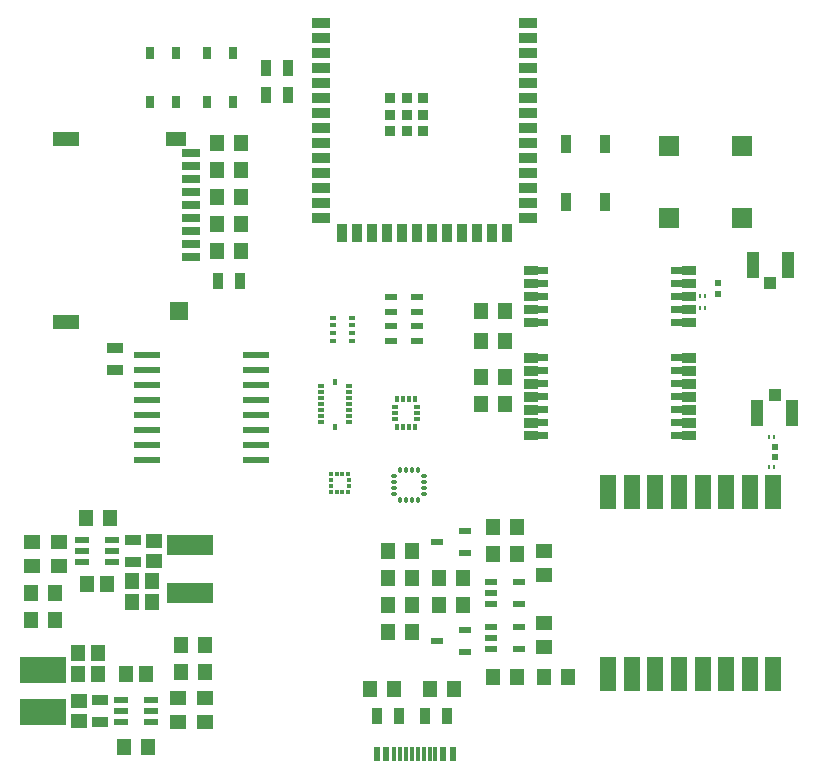
<source format=gtp>
G04*
G04 #@! TF.GenerationSoftware,Altium Limited,Altium Designer,25.4.2 (15)*
G04*
G04 Layer_Color=8421504*
%FSLAX25Y25*%
%MOIN*%
G70*
G04*
G04 #@! TF.SameCoordinates,4685016B-83D2-4E7D-AD2A-A819038C0A47*
G04*
G04*
G04 #@! TF.FilePolarity,Positive*
G04*
G01*
G75*
%ADD18R,0.03937X0.04134*%
%ADD19R,0.04134X0.08661*%
%ADD20R,0.02362X0.02126*%
%ADD21R,0.05709X0.04724*%
%ADD22R,0.15551X0.08858*%
%ADD23R,0.07087X0.07087*%
%ADD24R,0.01142X0.01181*%
%ADD25R,0.04724X0.05709*%
%ADD26R,0.03543X0.03543*%
%ADD27R,0.05906X0.03543*%
%ADD28R,0.03543X0.05906*%
%ADD29R,0.03937X0.02362*%
%ADD30R,0.04331X0.02362*%
%ADD31R,0.05512X0.03740*%
%ADD32R,0.03740X0.05512*%
%ADD33R,0.04747X0.05544*%
%ADD34R,0.05544X0.04747*%
G04:AMPARAMS|DCode=35|XSize=49.21mil|YSize=23.23mil|CornerRadius=2.9mil|HoleSize=0mil|Usage=FLASHONLY|Rotation=0.000|XOffset=0mil|YOffset=0mil|HoleType=Round|Shape=RoundedRectangle|*
%AMROUNDEDRECTD35*
21,1,0.04921,0.01742,0,0,0.0*
21,1,0.04341,0.02323,0,0,0.0*
1,1,0.00581,0.02170,-0.00871*
1,1,0.00581,-0.02170,-0.00871*
1,1,0.00581,-0.02170,0.00871*
1,1,0.00581,0.02170,0.00871*
%
%ADD35ROUNDEDRECTD35*%
%ADD36R,0.08661X0.04724*%
%ADD37R,0.07087X0.04724*%
%ADD38R,0.05906X0.06299*%
%ADD39R,0.06299X0.02756*%
%ADD40R,0.05512X0.11811*%
%ADD41R,0.03622X0.05433*%
%ADD42R,0.02559X0.04134*%
G04:AMPARAMS|DCode=43|XSize=17.72mil|YSize=11.81mil|CornerRadius=1mil|HoleSize=0mil|Usage=FLASHONLY|Rotation=0.000|XOffset=0mil|YOffset=0mil|HoleType=Round|Shape=RoundedRectangle|*
%AMROUNDEDRECTD43*
21,1,0.01772,0.00980,0,0,0.0*
21,1,0.01571,0.01181,0,0,0.0*
1,1,0.00201,0.00785,-0.00490*
1,1,0.00201,-0.00785,-0.00490*
1,1,0.00201,-0.00785,0.00490*
1,1,0.00201,0.00785,0.00490*
%
%ADD43ROUNDEDRECTD43*%
G04:AMPARAMS|DCode=44|XSize=17.72mil|YSize=11.81mil|CornerRadius=1mil|HoleSize=0mil|Usage=FLASHONLY|Rotation=90.000|XOffset=0mil|YOffset=0mil|HoleType=Round|Shape=RoundedRectangle|*
%AMROUNDEDRECTD44*
21,1,0.01772,0.00980,0,0,90.0*
21,1,0.01571,0.01181,0,0,90.0*
1,1,0.00201,0.00490,0.00785*
1,1,0.00201,0.00490,-0.00785*
1,1,0.00201,-0.00490,-0.00785*
1,1,0.00201,-0.00490,0.00785*
%
%ADD44ROUNDEDRECTD44*%
%ADD45R,0.01260X0.01476*%
%ADD46R,0.01476X0.01260*%
%ADD47R,0.15551X0.06693*%
%ADD48R,0.03543X0.05906*%
%ADD49R,0.02362X0.04528*%
%ADD50R,0.01181X0.04528*%
%ADD51R,0.08661X0.02362*%
%ADD52R,0.01968X0.01378*%
%ADD53R,0.02323X0.01181*%
%ADD54R,0.01378X0.02323*%
%ADD55R,0.02264X0.01260*%
%ADD56R,0.01260X0.02264*%
G36*
X175984Y142283D02*
X179528D01*
Y139921D01*
X175984D01*
Y139528D01*
X171260D01*
Y142677D01*
X175984D01*
Y142283D01*
D02*
G37*
G36*
Y137953D02*
X179528D01*
Y135591D01*
X175984D01*
Y135197D01*
X171260D01*
Y138347D01*
X175984D01*
Y137953D01*
D02*
G37*
G36*
Y133622D02*
X179528D01*
Y131260D01*
X175984D01*
Y130866D01*
X171260D01*
Y134016D01*
X175984D01*
Y133622D01*
D02*
G37*
G36*
Y155276D02*
X179528D01*
Y152913D01*
X175984D01*
Y152520D01*
X171260D01*
Y155669D01*
X175984D01*
Y155276D01*
D02*
G37*
G36*
Y150945D02*
X179528D01*
Y148583D01*
X175984D01*
Y148189D01*
X171260D01*
Y151339D01*
X175984D01*
Y150945D01*
D02*
G37*
G36*
Y146614D02*
X179528D01*
Y144252D01*
X175984D01*
Y143858D01*
X171260D01*
Y147008D01*
X175984D01*
Y146614D01*
D02*
G37*
G36*
X228740Y139528D02*
X224016D01*
Y139921D01*
X220472D01*
Y142283D01*
X224016D01*
Y142677D01*
X228740D01*
Y139528D01*
D02*
G37*
G36*
Y135197D02*
X224016D01*
Y135591D01*
X220472D01*
Y137953D01*
X224016D01*
Y138347D01*
X228740D01*
Y135197D01*
D02*
G37*
G36*
Y130866D02*
X224016D01*
Y131260D01*
X220472D01*
Y133622D01*
X224016D01*
Y134016D01*
X228740D01*
Y130866D01*
D02*
G37*
G36*
Y152520D02*
X224016D01*
Y152913D01*
X220472D01*
Y155276D01*
X224016D01*
Y155669D01*
X228740D01*
Y152520D01*
D02*
G37*
G36*
Y148189D02*
X224016D01*
Y148583D01*
X220472D01*
Y150945D01*
X224016D01*
Y151339D01*
X228740D01*
Y148189D01*
D02*
G37*
G36*
Y143858D02*
X224016D01*
Y144252D01*
X220472D01*
Y146614D01*
X224016D01*
Y147008D01*
X228740D01*
Y143858D01*
D02*
G37*
G36*
X175984Y175748D02*
X179528D01*
Y173386D01*
X175984D01*
Y172992D01*
X171260D01*
Y176142D01*
X175984D01*
Y175748D01*
D02*
G37*
G36*
Y171417D02*
X179528D01*
Y169055D01*
X175984D01*
Y168661D01*
X171260D01*
Y171811D01*
X175984D01*
Y171417D01*
D02*
G37*
G36*
Y159606D02*
X179528D01*
Y157244D01*
X175984D01*
Y156850D01*
X171260D01*
Y160000D01*
X175984D01*
Y159606D01*
D02*
G37*
G36*
Y188740D02*
X179528D01*
Y186378D01*
X175984D01*
Y185984D01*
X171260D01*
Y189134D01*
X175984D01*
Y188740D01*
D02*
G37*
G36*
Y184409D02*
X179528D01*
Y182047D01*
X175984D01*
Y181653D01*
X171260D01*
Y184803D01*
X175984D01*
Y184409D01*
D02*
G37*
G36*
Y180079D02*
X179528D01*
Y177717D01*
X175984D01*
Y177323D01*
X171260D01*
Y180472D01*
X175984D01*
Y180079D01*
D02*
G37*
G36*
X228740Y172992D02*
X224016D01*
Y173386D01*
X220472D01*
Y175748D01*
X224016D01*
Y176142D01*
X228740D01*
Y172992D01*
D02*
G37*
G36*
Y168661D02*
X224016D01*
Y169055D01*
X220472D01*
Y171417D01*
X224016D01*
Y171811D01*
X228740D01*
Y168661D01*
D02*
G37*
G36*
Y156850D02*
X224016D01*
Y157244D01*
X220472D01*
Y159606D01*
X224016D01*
Y160000D01*
X228740D01*
Y156850D01*
D02*
G37*
G36*
Y185984D02*
X224016D01*
Y186378D01*
X220472D01*
Y188740D01*
X224016D01*
Y189134D01*
X228740D01*
Y185984D01*
D02*
G37*
G36*
Y181653D02*
X224016D01*
Y182047D01*
X220472D01*
Y184409D01*
X224016D01*
Y184803D01*
X228740D01*
Y181653D01*
D02*
G37*
G36*
Y177323D02*
X224016D01*
Y177717D01*
X220472D01*
Y180079D01*
X224016D01*
Y180472D01*
X228740D01*
Y177323D01*
D02*
G37*
D18*
X255000Y146004D02*
D03*
X253500Y183496D02*
D03*
D19*
X260807Y140000D02*
D03*
X249193D02*
D03*
X247693Y189500D02*
D03*
X259307D02*
D03*
D20*
X255000Y125299D02*
D03*
Y128701D02*
D03*
X236000Y183201D02*
D03*
Y179799D02*
D03*
D21*
X178000Y93937D02*
D03*
Y86063D02*
D03*
X65000Y37063D02*
D03*
Y44937D02*
D03*
X7500Y96937D02*
D03*
Y89063D02*
D03*
X56000Y37063D02*
D03*
Y44937D02*
D03*
X16500Y96937D02*
D03*
Y89063D02*
D03*
X178000Y62063D02*
D03*
Y69937D02*
D03*
D22*
X11000Y54500D02*
D03*
Y40524D02*
D03*
D23*
X219894Y204894D02*
D03*
X244106D02*
D03*
Y229106D02*
D03*
X219894D02*
D03*
D24*
X230000Y175000D02*
D03*
X231748D02*
D03*
X253126Y132000D02*
D03*
X254874D02*
D03*
X253000Y122000D02*
D03*
X254748D02*
D03*
X230000Y179000D02*
D03*
X231748D02*
D03*
D25*
X45996Y28740D02*
D03*
X38122D02*
D03*
X25563Y105000D02*
D03*
X33437D02*
D03*
X76937Y221000D02*
D03*
X69063D02*
D03*
X76937Y212000D02*
D03*
X69063D02*
D03*
X76937Y230000D02*
D03*
X69063D02*
D03*
X76937Y203000D02*
D03*
X69063D02*
D03*
X76937Y194000D02*
D03*
X69063D02*
D03*
X143063Y85000D02*
D03*
X150937D02*
D03*
X168937Y52000D02*
D03*
X161063D02*
D03*
X178063D02*
D03*
X185937D02*
D03*
X64996Y53740D02*
D03*
X57122D02*
D03*
X7063Y80000D02*
D03*
X14937D02*
D03*
X164937Y143000D02*
D03*
X157063D02*
D03*
Y164000D02*
D03*
X164937D02*
D03*
Y152000D02*
D03*
X157063D02*
D03*
X133937Y85000D02*
D03*
X126063D02*
D03*
X133937Y94000D02*
D03*
X126063D02*
D03*
X161063Y102000D02*
D03*
X168937D02*
D03*
X161063Y93000D02*
D03*
X168937D02*
D03*
X133937Y76000D02*
D03*
X126063D02*
D03*
X133937Y67000D02*
D03*
X126063D02*
D03*
X143063Y76000D02*
D03*
X150937D02*
D03*
X164937Y174000D02*
D03*
X157063D02*
D03*
X120063Y48000D02*
D03*
X127937D02*
D03*
X147937D02*
D03*
X140063D02*
D03*
X57059Y62740D02*
D03*
X64933D02*
D03*
X14937Y71000D02*
D03*
X7063D02*
D03*
D26*
X132244Y239488D02*
D03*
X126732D02*
D03*
X137756D02*
D03*
X126732Y233976D02*
D03*
X132244D02*
D03*
X137756D02*
D03*
X126732Y245000D02*
D03*
X132244D02*
D03*
X137756D02*
D03*
D27*
X103701Y269882D02*
D03*
Y264882D02*
D03*
Y259882D02*
D03*
Y254882D02*
D03*
Y249882D02*
D03*
Y244882D02*
D03*
Y239882D02*
D03*
Y234882D02*
D03*
Y229882D02*
D03*
Y224882D02*
D03*
Y219882D02*
D03*
Y214882D02*
D03*
Y209882D02*
D03*
Y204882D02*
D03*
X172598D02*
D03*
Y209882D02*
D03*
Y214882D02*
D03*
Y219882D02*
D03*
Y224882D02*
D03*
Y229882D02*
D03*
Y234882D02*
D03*
Y239882D02*
D03*
Y244882D02*
D03*
Y249882D02*
D03*
Y254882D02*
D03*
Y259882D02*
D03*
Y264882D02*
D03*
Y269882D02*
D03*
D28*
X110650Y199961D02*
D03*
X115650D02*
D03*
X120650D02*
D03*
X125650D02*
D03*
X130650D02*
D03*
X135650D02*
D03*
X140650D02*
D03*
X145650D02*
D03*
X150650D02*
D03*
X155650D02*
D03*
X160650D02*
D03*
X165650D02*
D03*
D29*
X160276Y83740D02*
D03*
Y80000D02*
D03*
Y76260D02*
D03*
X169724D02*
D03*
Y83740D02*
D03*
X160276Y68740D02*
D03*
Y65000D02*
D03*
Y61260D02*
D03*
X169724D02*
D03*
Y68740D02*
D03*
X142276Y97000D02*
D03*
X151724Y100740D02*
D03*
Y93260D02*
D03*
X142276Y64000D02*
D03*
X151724Y67740D02*
D03*
Y60260D02*
D03*
D30*
X135661Y164000D02*
D03*
X127000D02*
D03*
X135661Y168921D02*
D03*
Y173843D02*
D03*
Y178764D02*
D03*
X127000D02*
D03*
Y173843D02*
D03*
Y168921D02*
D03*
D31*
X30059Y44382D02*
D03*
Y37098D02*
D03*
X41000Y90358D02*
D03*
Y97642D02*
D03*
X35000Y154358D02*
D03*
Y161642D02*
D03*
D32*
X69358Y184000D02*
D03*
X76642D02*
D03*
D33*
X38747Y53000D02*
D03*
X45253D02*
D03*
X22747D02*
D03*
X29253D02*
D03*
X22747Y60000D02*
D03*
X29253D02*
D03*
X32253Y83000D02*
D03*
X25747D02*
D03*
X47253Y84000D02*
D03*
X40747D02*
D03*
X47253Y77000D02*
D03*
X40747D02*
D03*
D34*
X23059Y37487D02*
D03*
Y43993D02*
D03*
X48000Y97253D02*
D03*
Y90747D02*
D03*
D35*
X37118Y44480D02*
D03*
Y40740D02*
D03*
Y37000D02*
D03*
X47000D02*
D03*
Y40740D02*
D03*
Y44480D02*
D03*
X34000Y90260D02*
D03*
Y94000D02*
D03*
Y97740D02*
D03*
X24118D02*
D03*
Y94000D02*
D03*
Y90260D02*
D03*
D36*
X18779Y231512D02*
D03*
Y170488D02*
D03*
D37*
X55394Y231512D02*
D03*
D38*
X56378Y174031D02*
D03*
D39*
X60512Y226787D02*
D03*
Y222457D02*
D03*
Y218126D02*
D03*
Y213795D02*
D03*
Y209465D02*
D03*
Y205134D02*
D03*
Y200803D02*
D03*
Y196472D02*
D03*
Y192142D02*
D03*
D40*
X199441Y113815D02*
D03*
X207315D02*
D03*
X215189D02*
D03*
X223063D02*
D03*
X230937D02*
D03*
X238811D02*
D03*
X246685D02*
D03*
X254559D02*
D03*
Y53185D02*
D03*
X246685D02*
D03*
X238811D02*
D03*
X230937D02*
D03*
X223063D02*
D03*
X215189D02*
D03*
X207315D02*
D03*
X199441D02*
D03*
D41*
X85240Y255000D02*
D03*
X92760D02*
D03*
X85240Y246000D02*
D03*
X92760D02*
D03*
X138240Y39000D02*
D03*
X145760D02*
D03*
X129760D02*
D03*
X122240D02*
D03*
D42*
X65768Y243831D02*
D03*
Y260169D02*
D03*
X74232Y243831D02*
D03*
Y260169D02*
D03*
X46768Y243831D02*
D03*
Y260169D02*
D03*
X55232Y243831D02*
D03*
Y260169D02*
D03*
D43*
X127961Y118905D02*
D03*
Y116937D02*
D03*
Y114969D02*
D03*
Y113000D02*
D03*
X138000D02*
D03*
Y114969D02*
D03*
Y116937D02*
D03*
Y118905D02*
D03*
D44*
X130027Y110933D02*
D03*
X131996D02*
D03*
X133965D02*
D03*
X135933D02*
D03*
Y120973D02*
D03*
X133965D02*
D03*
X131996D02*
D03*
X130027D02*
D03*
D45*
X110884Y119809D02*
D03*
X108916D02*
D03*
X106947D02*
D03*
Y113805D02*
D03*
X108916D02*
D03*
X110884D02*
D03*
X112853D02*
D03*
Y119809D02*
D03*
D46*
X106898Y117791D02*
D03*
Y115823D02*
D03*
X112902D02*
D03*
Y117791D02*
D03*
D47*
X60000Y79929D02*
D03*
Y96071D02*
D03*
D48*
X198496Y229646D02*
D03*
X185504D02*
D03*
Y210354D02*
D03*
X198496D02*
D03*
D49*
X147598Y26484D02*
D03*
X144449D02*
D03*
X125551D02*
D03*
X122402D02*
D03*
D50*
X128110D02*
D03*
X130079D02*
D03*
X132047D02*
D03*
X134016D02*
D03*
X135984D02*
D03*
X137953D02*
D03*
X139921D02*
D03*
X141890D02*
D03*
D51*
X82110Y159500D02*
D03*
Y154500D02*
D03*
X45890Y124500D02*
D03*
X82110Y129500D02*
D03*
X45890D02*
D03*
Y139500D02*
D03*
X82110Y124500D02*
D03*
X45890Y134500D02*
D03*
X82110D02*
D03*
Y139500D02*
D03*
Y149500D02*
D03*
X45890Y144500D02*
D03*
Y149500D02*
D03*
Y159500D02*
D03*
X82110Y144500D02*
D03*
X45890Y154500D02*
D03*
D52*
X107850Y164161D02*
D03*
X114150D02*
D03*
Y171839D02*
D03*
X107850D02*
D03*
Y166720D02*
D03*
X114150D02*
D03*
X107850Y169280D02*
D03*
X114150D02*
D03*
D53*
X113000Y148874D02*
D03*
Y137063D02*
D03*
Y139032D02*
D03*
Y141000D02*
D03*
Y142968D02*
D03*
Y144937D02*
D03*
Y146906D02*
D03*
X103827Y148874D02*
D03*
Y146906D02*
D03*
Y144937D02*
D03*
Y142968D02*
D03*
Y141000D02*
D03*
Y139032D02*
D03*
Y137063D02*
D03*
D54*
X108413Y150508D02*
D03*
Y135429D02*
D03*
D55*
X128408Y141969D02*
D03*
Y140000D02*
D03*
Y138031D02*
D03*
X135592D02*
D03*
Y140000D02*
D03*
Y141969D02*
D03*
D56*
X134953Y144577D02*
D03*
X132984D02*
D03*
X131016D02*
D03*
X129047D02*
D03*
Y135423D02*
D03*
X131016D02*
D03*
X132984D02*
D03*
X134953D02*
D03*
M02*

</source>
